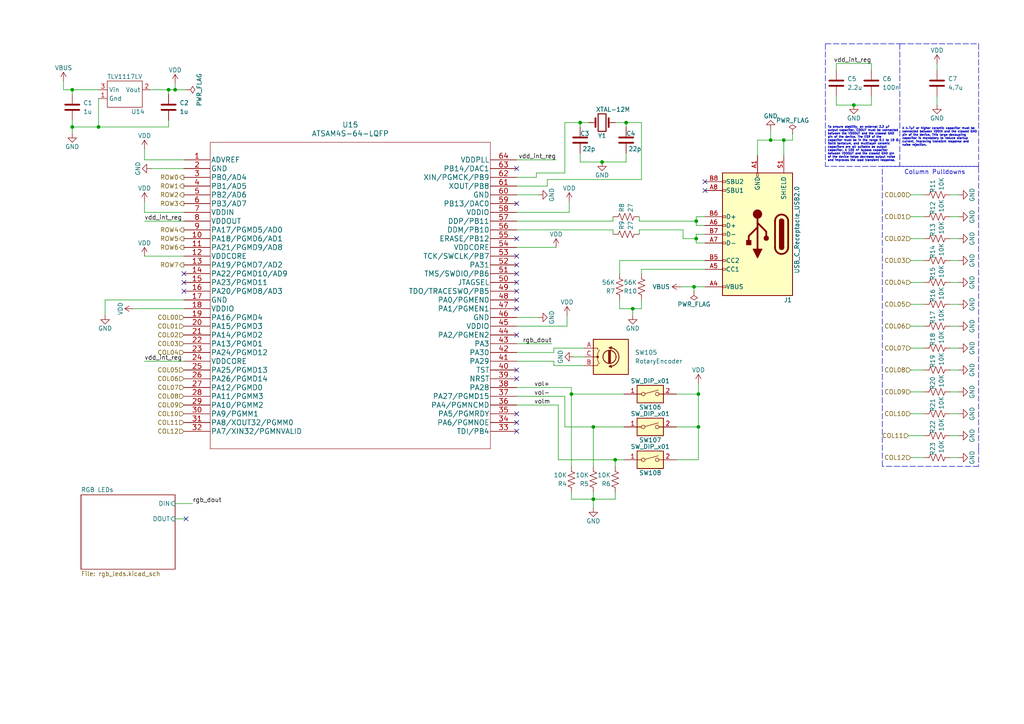
<source format=kicad_sch>
(kicad_sch (version 20211123) (generator eeschema)
  (paper "A4")
  (lib_symbols
    (symbol "Connector:USB_C_Receptacle_USB2.0" (pin_names (offset 1.016))
      (property "Reference" "J" (at -10.16 19.05 0))
      (property "Value" "USB_C_Receptacle_USB2.0" (at 19.05 19.05 0))
      (symbol "USB_C_Receptacle_USB2.0_0_0"
        (rectangle (start -0.254 -17.78) (end 0.254 -16.764))
        (rectangle (start 10.16 -14.986) (end 9.144 -15.494))
        (rectangle (start 10.16 -12.446) (end 9.144 -12.954))
        (rectangle (start 10.16 -4.826) (end 9.144 -5.334))
        (rectangle (start 10.16 -2.286) (end 9.144 -2.794))
        (rectangle (start 10.16 0.254) (end 9.144 -0.254))
        (rectangle (start 10.16 2.794) (end 9.144 2.286))
        (rectangle (start 10.16 7.874) (end 9.144 7.366))
        (rectangle (start 10.16 10.414) (end 9.144 9.906))
        (rectangle (start 10.16 15.494) (end 9.144 14.986))
      )
      (symbol "USB_C_Receptacle_USB2.0_0_1"
        (rectangle (start -10.16 17.78) (end 10.16 -17.78) (stroke (width 0.254)) (fill (type background)))
        (arc (start -8.89 -3.81) (mid -6.985 -5.715) (end -5.08 -3.81) (stroke (width 0.508)))
        (arc (start -7.62 -3.81) (mid -6.985 -4.445) (end -6.35 -3.81) (stroke (width 0.254)))
        (arc (start -7.62 -3.81) (mid -6.985 -4.445) (end -6.35 -3.81) (stroke (width 0.254)) (fill (type outline)))
        (rectangle (start -7.62 -3.81) (end -6.35 3.81) (stroke (width 0.254)) (fill (type outline)))
        (arc (start -6.35 3.81) (mid -6.985 4.445) (end -7.62 3.81) (stroke (width 0.254)))
        (arc (start -6.35 3.81) (mid -6.985 4.445) (end -7.62 3.81) (stroke (width 0.254)) (fill (type outline)))
        (arc (start -5.08 3.81) (mid -6.985 5.715) (end -8.89 3.81) (stroke (width 0.508)))
        (circle (center -2.54 1.143) (radius 0.635) (stroke (width 0.254)) (fill (type outline)))
        (circle (center 0 -5.842) (radius 1.27) (fill (type outline)))
        (polyline (pts (xy -8.89 -3.81) (xy -8.89 3.81)) (stroke (width 0.508)))
        (polyline (pts (xy -5.08 3.81) (xy -5.08 -3.81)) (stroke (width 0.508)))
        (polyline (pts (xy 0 -5.842) (xy 0 4.318)) (stroke (width 0.508)))
        (polyline (pts (xy 0 -3.302) (xy -2.54 -0.762) (xy -2.54 0.508)) (stroke (width 0.508)))
        (polyline (pts (xy 0 -2.032) (xy 2.54 0.508) (xy 2.54 1.778)) (stroke (width 0.508)))
        (polyline (pts (xy -1.27 4.318) (xy 0 6.858) (xy 1.27 4.318) (xy -1.27 4.318)) (stroke (width 0.254)) (fill (type outline)))
        (rectangle (start 1.905 1.778) (end 3.175 3.048) (stroke (width 0.254)) (fill (type outline)))
      )
      (symbol "USB_C_Receptacle_USB2.0_1_1"
        (pin passive line (at 0 -22.86 90) (length 5.08) (name "GND") (number "A1"))
        (pin passive line (at 0 -22.86 90) (length 5.08) hide (name "GND") (number "A12"))
        (pin passive line (at 15.24 15.24 180) (length 5.08) (name "VBUS") (number "A4"))
        (pin bidirectional line (at 15.24 10.16 180) (length 5.08) (name "CC1") (number "A5"))
        (pin bidirectional line (at 15.24 -2.54 180) (length 5.08) (name "D+") (number "A6"))
        (pin bidirectional line (at 15.24 2.54 180) (length 5.08) (name "D-") (number "A7"))
        (pin bidirectional line (at 15.24 -12.7 180) (length 5.08) (name "SBU1") (number "A8"))
        (pin passive line (at 15.24 15.24 180) (length 5.08) hide (name "VBUS") (number "A9"))
        (pin passive line (at 0 -22.86 90) (length 5.08) hide (name "GND") (number "B1"))
        (pin passive line (at 0 -22.86 90) (length 5.08) hide (name "GND") (number "B12"))
        (pin passive line (at 15.24 15.24 180) (length 5.08) hide (name "VBUS") (number "B4"))
        (pin bidirectional line (at 15.24 7.62 180) (length 5.08) (name "CC2") (number "B5"))
        (pin bidirectional line (at 15.24 -5.08 180) (length 5.08) (name "D+") (number "B6"))
        (pin bidirectional line (at 15.24 0 180) (length 5.08) (name "D-") (number "B7"))
        (pin bidirectional line (at 15.24 -15.24 180) (length 5.08) (name "SBU2") (number "B8"))
        (pin passive line (at 15.24 15.24 180) (length 5.08) hide (name "VBUS") (number "B9"))
        (pin passive line (at -7.62 -22.86 90) (length 5.08) (name "SHIELD") (number "S1"))
      )
    )
    (symbol "Device:C" (pin_numbers hide) (pin_names (offset 0.254))
      (property "Reference" "C" (at 0.635 2.54 0))
      (property "Value" "C" (at 0.635 -2.54 0))
      (symbol "C_0_1"
        (polyline (pts (xy -2.032 -0.762) (xy 2.032 -0.762)) (stroke (width 0.508)))
        (polyline (pts (xy -2.032 0.762) (xy 2.032 0.762)) (stroke (width 0.508)))
      )
      (symbol "C_1_1"
        (pin passive line (at 0 3.81 270) (length 2.794) (name "~") (number "1"))
        (pin passive line (at 0 -3.81 90) (length 2.794) (name "~") (number "2"))
      )
    )
    (symbol "Device:Crystal" (pin_numbers hide) (pin_names (offset 1.016) hide)
      (property "Reference" "Y" (at 0 3.81 0))
      (property "Value" "Crystal" (at 0 -3.81 0))
      (symbol "Crystal_0_1"
        (rectangle (start -1.143 2.54) (end 1.143 -2.54) (stroke (width 0.3048)))
        (polyline (pts (xy -2.54 0) (xy -1.905 0)))
        (polyline (pts (xy -1.905 -1.27) (xy -1.905 1.27)) (stroke (width 0.508)))
        (polyline (pts (xy 1.905 -1.27) (xy 1.905 1.27)) (stroke (width 0.508)))
        (polyline (pts (xy 2.54 0) (xy 1.905 0)))
      )
      (symbol "Crystal_1_1"
        (pin passive line (at -3.81 0 0) (length 1.27) (name "1") (number "1"))
        (pin passive line (at 3.81 0 180) (length 1.27) (name "2") (number "2"))
      )
    )
    (symbol "Device:R_US" (pin_numbers hide) (pin_names (offset 0))
      (property "Reference" "R" (at 2.54 0 90))
      (property "Value" "R_US" (at -2.54 0 90))
      (symbol "R_US_0_1"
        (polyline (pts (xy 0 -2.286) (xy 0 -2.54)))
        (polyline (pts (xy 0 2.286) (xy 0 2.54)))
        (polyline (pts (xy 0 -0.762) (xy 1.016 -1.143) (xy 0 -1.524) (xy -1.016 -1.905) (xy 0 -2.286)))
        (polyline (pts (xy 0 0.762) (xy 1.016 0.381) (xy 0 0) (xy -1.016 -0.381) (xy 0 -0.762)))
        (polyline (pts (xy 0 2.286) (xy 1.016 1.905) (xy 0 1.524) (xy -1.016 1.143) (xy 0 0.762)))
      )
      (symbol "R_US_1_1"
        (pin passive line (at 0 3.81 270) (length 1.27) (name "~") (number "1"))
        (pin passive line (at 0 -3.81 90) (length 1.27) (name "~") (number "2"))
      )
    )
    (symbol "Device:RotaryEncoder" (pin_names (offset 0.254) hide)
      (property "Reference" "SW" (at 0 6.604 0))
      (property "Value" "RotaryEncoder" (at 0 -6.604 0))
      (symbol "RotaryEncoder_0_1"
        (rectangle (start -5.08 5.08) (end 5.08 -5.08) (stroke (width 0.254)) (fill (type background)))
        (circle (center -3.81 0) (radius 0.254) (fill (type outline)))
        (arc (start -0.381 -2.794) (mid 2.3622 -0.0508) (end -0.381 2.667) (stroke (width 0.254)))
        (circle (center -0.381 0) (radius 1.905) (stroke (width 0.254)))
        (polyline (pts (xy -0.635 -1.778) (xy -0.635 1.778)) (stroke (width 0.254)))
        (polyline (pts (xy -0.381 -1.778) (xy -0.381 1.778)) (stroke (width 0.254)))
        (polyline (pts (xy -0.127 1.778) (xy -0.127 -1.778)) (stroke (width 0.254)))
        (polyline (pts (xy -5.08 -2.54) (xy -3.81 -2.54) (xy -3.81 -2.032)))
        (polyline (pts (xy -5.08 2.54) (xy -3.81 2.54) (xy -3.81 2.032)))
        (polyline (pts (xy 0.254 -3.048) (xy -0.508 -2.794) (xy 0.127 -2.413)) (stroke (width 0.254)))
        (polyline (pts (xy 0.254 2.921) (xy -0.508 2.667) (xy 0.127 2.286)) (stroke (width 0.254)))
        (polyline (pts (xy -5.08 0) (xy -3.81 0) (xy -3.81 -1.016) (xy -3.302 -2.032)))
        (polyline (pts (xy -4.318 0) (xy -3.81 0) (xy -3.81 1.016) (xy -3.302 2.032)))
      )
      (symbol "RotaryEncoder_1_1"
        (pin passive line (at -7.62 2.54 0) (length 2.54) (name "A") (number "A"))
        (pin passive line (at -7.62 -2.54 0) (length 2.54) (name "B") (number "B"))
        (pin passive line (at -7.62 0 0) (length 2.54) (name "C") (number "C"))
      )
    )
    (symbol "LDOs:TLV1117LV"
      (property "Reference" "U" (at 8.89 -1.27 0))
      (property "Value" "TLV1117LV" (at 5.08 8.89 0))
      (symbol "TLV1117LV_0_1"
        (rectangle (start 0 7.62) (end 10.16 0))
      )
      (symbol "TLV1117LV_1_1"
        (pin power_in line (at -2.54 2.54 0) (length 2.54) (name "Gnd") (number "1"))
        (pin power_out line (at 12.7 5.08 180) (length 2.54) (name "Vout") (number "2"))
        (pin power_in line (at -2.54 5.08 0) (length 2.54) (name "Vin") (number "3"))
      )
    )
    (symbol "SAM4_User:ATSAM4S-64-LQFP" (pin_names (offset 0.254))
      (property "Reference" "U" (at 48.26 10.16 0))
      (property "Value" "ATSAM4S-64-LQFP" (at 48.26 7.62 0))
      (symbol "ATSAM4S-64-LQFP_1_1"
        (polyline (pts (xy 7.62 -83.82) (xy 88.9 -83.82)) (stroke (width 0.127)))
        (polyline (pts (xy 7.62 5.08) (xy 7.62 -83.82)) (stroke (width 0.127)))
        (polyline (pts (xy 88.9 -83.82) (xy 88.9 5.08)) (stroke (width 0.127)))
        (polyline (pts (xy 88.9 5.08) (xy 7.62 5.08)) (stroke (width 0.127)))
        (pin power_in line (at 0 0 0) (length 7.62) (name "ADVREF") (number "1"))
        (pin bidirectional line (at 0 -22.86 0) (length 7.62) (name "PA18/PGMD6/AD1") (number "10"))
        (pin bidirectional line (at 0 -25.4 0) (length 7.62) (name "PA21/PGMD9/AD8") (number "11"))
        (pin power_in line (at 0 -27.94 0) (length 7.62) (name "VDDCORE") (number "12"))
        (pin bidirectional line (at 0 -30.48 0) (length 7.62) (name "PA19/PGMD7/AD2") (number "13"))
        (pin bidirectional line (at 0 -33.02 0) (length 7.62) (name "PA22/PGMD10/AD9") (number "14"))
        (pin bidirectional line (at 0 -35.56 0) (length 7.62) (name "PA23/PGMD11") (number "15"))
        (pin bidirectional line (at 0 -38.1 0) (length 7.62) (name "PA20/PGMD8/AD3") (number "16"))
        (pin power_in line (at 0 -40.64 0) (length 7.62) (name "GND") (number "17"))
        (pin power_in line (at 0 -43.18 0) (length 7.62) (name "VDDIO") (number "18"))
        (pin bidirectional line (at 0 -45.72 0) (length 7.62) (name "PA16/PGMD4") (number "19"))
        (pin power_in line (at 0 -2.54 0) (length 7.62) (name "GND") (number "2"))
        (pin bidirectional line (at 0 -48.26 0) (length 7.62) (name "PA15/PGMD3") (number "20"))
        (pin bidirectional line (at 0 -50.8 0) (length 7.62) (name "PA14/PGMD2") (number "21"))
        (pin bidirectional line (at 0 -53.34 0) (length 7.62) (name "PA13/PGMD1") (number "22"))
        (pin bidirectional line (at 0 -55.88 0) (length 7.62) (name "PA24/PGMD12") (number "23"))
        (pin power_in line (at 0 -58.42 0) (length 7.62) (name "VDDCORE") (number "24"))
        (pin bidirectional line (at 0 -60.96 0) (length 7.62) (name "PA25/PGMD13") (number "25"))
        (pin bidirectional line (at 0 -63.5 0) (length 7.62) (name "PA26/PGMD14") (number "26"))
        (pin bidirectional line (at 0 -66.04 0) (length 7.62) (name "PA12/PGMD0") (number "27"))
        (pin bidirectional line (at 0 -68.58 0) (length 7.62) (name "PA11/PGMM3") (number "28"))
        (pin bidirectional line (at 0 -71.12 0) (length 7.62) (name "PA10/PGMM2") (number "29"))
        (pin bidirectional line (at 0 -5.08 0) (length 7.62) (name "PB0/AD4") (number "3"))
        (pin bidirectional line (at 0 -73.66 0) (length 7.62) (name "PA9/PGMM1") (number "30"))
        (pin output line (at 0 -76.2 0) (length 7.62) (name "PA8/XOUT32/PGMM0") (number "31"))
        (pin input line (at 0 -78.74 0) (length 7.62) (name "PA7/XIN32/PGMNVALID") (number "32"))
        (pin bidirectional line (at 96.52 -78.74 180) (length 7.62) (name "TDI/PB4") (number "33"))
        (pin bidirectional line (at 96.52 -76.2 180) (length 7.62) (name "PA6/PGMNOE") (number "34"))
        (pin bidirectional line (at 96.52 -73.66 180) (length 7.62) (name "PA5/PGMRDY") (number "35"))
        (pin bidirectional line (at 96.52 -71.12 180) (length 7.62) (name "PA4/PGMNCMD") (number "36"))
        (pin bidirectional line (at 96.52 -68.58 180) (length 7.62) (name "PA27/PGMD15") (number "37"))
        (pin bidirectional line (at 96.52 -66.04 180) (length 7.62) (name "PA28") (number "38"))
        (pin unspecified line (at 96.52 -63.5 180) (length 7.62) (name "NRST") (number "39"))
        (pin bidirectional line (at 0 -7.62 0) (length 7.62) (name "PB1/AD5") (number "4"))
        (pin unspecified line (at 96.52 -60.96 180) (length 7.62) (name "TST") (number "40"))
        (pin bidirectional line (at 96.52 -58.42 180) (length 7.62) (name "PA29") (number "41"))
        (pin bidirectional line (at 96.52 -55.88 180) (length 7.62) (name "PA30") (number "42"))
        (pin bidirectional line (at 96.52 -53.34 180) (length 7.62) (name "PA3") (number "43"))
        (pin bidirectional line (at 96.52 -50.8 180) (length 7.62) (name "PA2/PGMEN2") (number "44"))
        (pin power_in line (at 96.52 -48.26 180) (length 7.62) (name "VDDIO") (number "45"))
        (pin power_in line (at 96.52 -45.72 180) (length 7.62) (name "GND") (number "46"))
        (pin bidirectional line (at 96.52 -43.18 180) (length 7.62) (name "PA1/PGMEN1") (number "47"))
        (pin bidirectional line (at 96.52 -40.64 180) (length 7.62) (name "PA0/PGMEN0") (number "48"))
        (pin bidirectional line (at 96.52 -38.1 180) (length 7.62) (name "TDO/TRACESWO/PB5") (number "49"))
        (pin bidirectional line (at 0 -10.16 0) (length 7.62) (name "PB2/AD6") (number "5"))
        (pin input line (at 96.52 -35.56 180) (length 7.62) (name "JTAGSEL") (number "50"))
        (pin bidirectional line (at 96.52 -33.02 180) (length 7.62) (name "TMS/SWDIO/PB6") (number "51"))
        (pin bidirectional line (at 96.52 -30.48 180) (length 7.62) (name "PA31") (number "52"))
        (pin bidirectional line (at 96.52 -27.94 180) (length 7.62) (name "TCK/SWCLK/PB7") (number "53"))
        (pin power_in line (at 96.52 -25.4 180) (length 7.62) (name "VDDCORE") (number "54"))
        (pin unspecified line (at 96.52 -22.86 180) (length 7.62) (name "ERASE/PB12") (number "55"))
        (pin unspecified line (at 96.52 -20.32 180) (length 7.62) (name "DDM/PB10") (number "56"))
        (pin unspecified line (at 96.52 -17.78 180) (length 7.62) (name "DDP/PB11") (number "57"))
        (pin power_in line (at 96.52 -15.24 180) (length 7.62) (name "VDDIO") (number "58"))
        (pin bidirectional line (at 96.52 -12.7 180) (length 7.62) (name "PB13/DAC0") (number "59"))
        (pin bidirectional line (at 0 -12.7 0) (length 7.62) (name "PB3/AD7") (number "6"))
        (pin power_in line (at 96.52 -10.16 180) (length 7.62) (name "GND") (number "60"))
        (pin bidirectional line (at 96.52 -7.62 180) (length 7.62) (name "XOUT/PB8") (number "61"))
        (pin bidirectional line (at 96.52 -5.08 180) (length 7.62) (name "XIN/PGMCK/PB9") (number "62"))
        (pin bidirectional line (at 96.52 -2.54 180) (length 7.62) (name "PB14/DAC1") (number "63"))
        (pin power_in line (at 96.52 0 180) (length 7.62) (name "VDDPLL") (number "64"))
        (pin power_in line (at 0 -15.24 0) (length 7.62) (name "VDDIN") (number "7"))
        (pin power_out line (at 0 -17.78 0) (length 7.62) (name "VDDOUT") (number "8"))
        (pin bidirectional line (at 0 -20.32 0) (length 7.62) (name "PA17/PGMD5/AD0") (number "9"))
      )
    )
    (symbol "Switch:SW_DIP_x01" (pin_names (offset 0) hide)
      (property "Reference" "SW" (at 0 3.81 0))
      (property "Value" "SW_DIP_x01" (at 0 -3.81 0))
      (symbol "SW_DIP_x01_0_0"
        (circle (center -2.032 0) (radius 0.508))
        (polyline (pts (xy -1.524 0.127) (xy 2.3622 1.1684)))
        (circle (center 2.032 0) (radius 0.508))
      )
      (symbol "SW_DIP_x01_0_1"
        (rectangle (start -3.81 2.54) (end 3.81 -2.54) (stroke (width 0.254)) (fill (type background)))
      )
      (symbol "SW_DIP_x01_1_1"
        (pin passive line (at -7.62 0 0) (length 5.08) (name "~") (number "1"))
        (pin passive line (at 7.62 0 180) (length 5.08) (name "~") (number "2"))
      )
    )
    (symbol "power:GND" (power) (pin_names (offset 0))
      (property "Value" "GND" (at 0 -3.81 0))
      (symbol "GND_0_1"
        (polyline (pts (xy 0 0) (xy 0 -1.27) (xy 1.27 -1.27) (xy 0 -2.54) (xy -1.27 -1.27) (xy 0 -1.27)))
      )
      (symbol "GND_1_1"
        (pin power_in line (at 0 0 270) (length 0) hide (name "GND") (number "1"))
      )
    )
    (symbol "power:PWR_FLAG" (power) (pin_numbers hide) (pin_names (offset 0) hide)
      (property "Value" "PWR_FLAG" (at 0 3.81 0))
      (symbol "PWR_FLAG_0_0"
        (pin power_out line (at 0 0 90) (length 0) (name "pwr") (number "1"))
      )
      (symbol "PWR_FLAG_0_1"
        (polyline (pts (xy 0 0) (xy 0 1.27) (xy -1.016 1.905) (xy 0 2.54) (xy 1.016 1.905) (xy 0 1.27)))
      )
    )
    (symbol "power:VBUS" (power) (pin_names (offset 0))
      (property "Value" "VBUS" (at 0 3.81 0))
      (symbol "VBUS_0_1"
        (polyline (pts (xy -0.762 1.27) (xy 0 2.54)))
        (polyline (pts (xy 0 0) (xy 0 2.54)))
        (polyline (pts (xy 0 2.54) (xy 0.762 1.27)))
      )
      (symbol "VBUS_1_1"
        (pin power_in line (at 0 0 90) (length 0) hide (name "VBUS") (number "1"))
      )
    )
    (symbol "power:VDD" (power) (pin_names (offset 0))
      (property "Value" "VDD" (at 0 3.81 0))
      (symbol "VDD_0_1"
        (polyline (pts (xy -0.762 1.27) (xy 0 2.54)))
        (polyline (pts (xy 0 0) (xy 0 2.54)))
        (polyline (pts (xy 0 2.54) (xy 0.762 1.27)))
      )
      (symbol "VDD_1_1"
        (pin power_in line (at 0 0 90) (length 0) hide (name "VDD") (number "1"))
      )
    )
  )
  (junction (at 28.575 36.83))
  (junction (at 48.895 26.035))
  (junction (at 165.735 114.3))
  (junction (at 178.435 133.35))
  (junction (at 168.275 35.56))
  (junction (at 201.93 69.215))
  (junction (at 202.565 114.3))
  (junction (at 20.955 36.83))
  (junction (at 247.65 30.48))
  (junction (at 181.61 35.56))
  (junction (at 50.8 26.035))
  (junction (at 227.33 40.64))
  (junction (at 223.52 40.64))
  (junction (at 201.93 64.135))
  (junction (at 201.295 83.185))
  (junction (at 172.085 123.825))
  (junction (at 172.085 144.78))
  (junction (at 174.625 46.99))
  (junction (at 20.955 26.035))
  (junction (at 202.565 123.825))
  (junction (at 183.515 89.535))
  (no_connect (at 149.86 125.095))
  (no_connect (at 53.975 150.495))
  (no_connect (at 149.86 122.555))
  (no_connect (at 53.34 79.375))
  (no_connect (at 149.86 69.215))
  (no_connect (at 149.86 79.375))
  (no_connect (at 53.34 81.915))
  (no_connect (at 149.86 120.015))
  (no_connect (at 149.86 81.915))
  (no_connect (at 149.86 84.455))
  (no_connect (at 149.86 76.835))
  (no_connect (at 149.86 89.535))
  (no_connect (at 149.86 107.315))
  (no_connect (at 149.86 74.295))
  (no_connect (at 149.86 48.895))
  (no_connect (at 149.86 86.995))
  (no_connect (at 204.47 55.245))
  (no_connect (at 53.34 84.455))
  (no_connect (at 149.86 97.155))
  (no_connect (at 204.47 52.705))
  (no_connect (at 149.86 109.855))
  (no_connect (at 149.86 59.055))
  (wire (pts (xy 275.59 120.015) (xy 278.13 120.015)))
  (wire (pts (xy 201.93 62.865) (xy 204.47 62.865)))
  (wire (pts (xy 20.955 34.925) (xy 20.955 36.83)))
  (wire (pts (xy 202.565 123.825) (xy 202.565 114.3)))
  (wire (pts (xy 30.48 91.44) (xy 30.48 86.995)))
  (wire (pts (xy 223.52 40.64) (xy 219.71 40.64)))
  (polyline (pts (xy 283.845 48.26) (xy 260.985 48.26)))
  (wire (pts (xy 177.8 64.135) (xy 177.8 62.865)))
  (wire (pts (xy 275.59 69.215) (xy 278.13 69.215)))
  (wire (pts (xy 18.415 26.035) (xy 18.415 23.495)))
  (wire (pts (xy 50.8 24.13) (xy 50.8 26.035)))
  (wire (pts (xy 161.29 46.355) (xy 149.86 46.355)))
  (wire (pts (xy 227.33 45.085) (xy 227.33 40.64)))
  (wire (pts (xy 155.575 51.435) (xy 155.575 50.165)))
  (wire (pts (xy 275.59 94.615) (xy 278.13 94.615)))
  (wire (pts (xy 168.275 35.56) (xy 168.275 36.83)))
  (wire (pts (xy 161.925 117.475) (xy 149.86 117.475)))
  (polyline (pts (xy 283.845 130.175) (xy 283.845 135.255)))
  (wire (pts (xy 201.93 65.405) (xy 201.93 64.135)))
  (wire (pts (xy 252.73 27.94) (xy 252.73 30.48)))
  (wire (pts (xy 227.33 40.64) (xy 229.87 40.64)))
  (wire (pts (xy 201.295 83.185) (xy 204.47 83.185)))
  (wire (pts (xy 172.085 142.875) (xy 172.085 144.78)))
  (wire (pts (xy 149.86 102.235) (xy 160.655 102.235)))
  (wire (pts (xy 202.565 111.125) (xy 202.565 114.3)))
  (wire (pts (xy 20.955 27.305) (xy 20.955 26.035)))
  (wire (pts (xy 183.515 89.535) (xy 183.515 91.44)))
  (wire (pts (xy 53.34 61.595) (xy 41.91 61.595)))
  (wire (pts (xy 161.925 133.35) (xy 161.925 117.475)))
  (wire (pts (xy 165.735 112.395) (xy 165.735 114.3)))
  (wire (pts (xy 264.16 69.215) (xy 267.97 69.215)))
  (wire (pts (xy 264.16 113.665) (xy 267.97 113.665)))
  (wire (pts (xy 186.055 89.535) (xy 186.055 86.995)))
  (wire (pts (xy 186.055 78.105) (xy 186.055 79.375)))
  (wire (pts (xy 53.34 46.355) (xy 41.91 46.355)))
  (wire (pts (xy 172.085 144.78) (xy 178.435 144.78)))
  (wire (pts (xy 174.625 46.99) (xy 181.61 46.99)))
  (wire (pts (xy 149.86 66.675) (xy 177.8 66.675)))
  (wire (pts (xy 38.735 89.535) (xy 53.34 89.535)))
  (wire (pts (xy 204.47 67.945) (xy 201.93 67.945)))
  (wire (pts (xy 264.16 56.515) (xy 267.97 56.515)))
  (wire (pts (xy 50.8 26.035) (xy 53.975 26.035)))
  (wire (pts (xy 178.435 133.35) (xy 161.925 133.35)))
  (wire (pts (xy 164.465 91.44) (xy 164.465 94.615)))
  (wire (pts (xy 229.87 40.64) (xy 229.87 38.735)))
  (wire (pts (xy 198.12 69.215) (xy 201.93 69.215)))
  (wire (pts (xy 149.86 64.135) (xy 177.8 64.135)))
  (wire (pts (xy 163.83 123.825) (xy 172.085 123.825)))
  (wire (pts (xy 196.215 123.825) (xy 202.565 123.825)))
  (wire (pts (xy 149.86 104.775) (xy 160.655 104.775)))
  (wire (pts (xy 185.42 66.675) (xy 198.12 66.675)))
  (wire (pts (xy 275.59 62.865) (xy 278.13 62.865)))
  (wire (pts (xy 197.485 83.185) (xy 201.295 83.185)))
  (wire (pts (xy 185.42 64.135) (xy 201.93 64.135)))
  (wire (pts (xy 264.16 88.265) (xy 267.97 88.265)))
  (wire (pts (xy 264.16 100.965) (xy 267.97 100.965)))
  (wire (pts (xy 181.61 35.56) (xy 178.435 35.56)))
  (wire (pts (xy 204.47 75.565) (xy 179.705 75.565)))
  (wire (pts (xy 264.16 120.015) (xy 267.97 120.015)))
  (wire (pts (xy 163.83 35.56) (xy 168.275 35.56)))
  (wire (pts (xy 227.33 40.64) (xy 223.52 40.64)))
  (wire (pts (xy 172.085 144.78) (xy 172.085 147.32)))
  (wire (pts (xy 196.215 114.3) (xy 202.565 114.3)))
  (wire (pts (xy 185.42 66.675) (xy 185.42 67.945)))
  (wire (pts (xy 155.575 50.165) (xy 163.83 50.165)))
  (wire (pts (xy 179.705 86.995) (xy 179.705 89.535)))
  (wire (pts (xy 201.93 64.135) (xy 201.93 62.865)))
  (wire (pts (xy 168.275 35.56) (xy 170.815 35.56)))
  (wire (pts (xy 201.93 70.485) (xy 204.47 70.485)))
  (wire (pts (xy 201.295 84.455) (xy 201.295 83.185)))
  (polyline (pts (xy 255.905 135.255) (xy 255.905 48.26)))
  (polyline (pts (xy 255.905 48.26) (xy 283.845 48.26)))
  (wire (pts (xy 168.275 44.45) (xy 168.275 46.99)))
  (wire (pts (xy 163.83 114.935) (xy 163.83 123.825)))
  (wire (pts (xy 20.955 36.83) (xy 28.575 36.83)))
  (wire (pts (xy 183.515 89.535) (xy 186.055 89.535)))
  (wire (pts (xy 43.815 48.895) (xy 53.34 48.895)))
  (wire (pts (xy 48.895 26.035) (xy 48.895 27.305)))
  (polyline (pts (xy 260.985 48.26) (xy 239.395 48.26)))
  (wire (pts (xy 20.955 26.035) (xy 18.415 26.035)))
  (wire (pts (xy 271.78 27.94) (xy 271.78 30.48)))
  (wire (pts (xy 149.86 51.435) (xy 155.575 51.435)))
  (polyline (pts (xy 260.985 12.7) (xy 283.845 12.7)))
  (wire (pts (xy 149.86 53.975) (xy 158.75 53.975)))
  (wire (pts (xy 41.91 64.135) (xy 53.34 64.135)))
  (wire (pts (xy 163.83 35.56) (xy 163.83 50.165)))
  (wire (pts (xy 275.59 126.365) (xy 278.13 126.365)))
  (wire (pts (xy 275.59 56.515) (xy 278.13 56.515)))
  (wire (pts (xy 263.525 126.365) (xy 267.97 126.365)))
  (wire (pts (xy 264.16 94.615) (xy 267.97 94.615)))
  (wire (pts (xy 186.055 35.56) (xy 181.61 35.56)))
  (wire (pts (xy 160.655 104.775) (xy 160.655 106.045)))
  (wire (pts (xy 149.86 112.395) (xy 165.735 112.395)))
  (polyline (pts (xy 283.845 12.7) (xy 283.845 48.26)))
  (wire (pts (xy 181.61 35.56) (xy 181.61 36.83)))
  (wire (pts (xy 149.86 99.695) (xy 160.02 99.695)))
  (wire (pts (xy 204.47 65.405) (xy 201.93 65.405)))
  (wire (pts (xy 179.705 89.535) (xy 183.515 89.535)))
  (wire (pts (xy 165.735 142.875) (xy 165.735 144.78)))
  (wire (pts (xy 30.48 86.995) (xy 53.34 86.995)))
  (wire (pts (xy 271.78 18.415) (xy 271.78 20.32)))
  (wire (pts (xy 196.215 133.35) (xy 202.565 133.35)))
  (polyline (pts (xy 260.985 12.7) (xy 260.985 48.26)))
  (wire (pts (xy 178.435 142.875) (xy 178.435 144.78)))
  (wire (pts (xy 165.1 61.595) (xy 149.86 61.595)))
  (wire (pts (xy 168.275 46.99) (xy 174.625 46.99)))
  (wire (pts (xy 161.29 71.755) (xy 149.86 71.755)))
  (wire (pts (xy 48.895 36.83) (xy 28.575 36.83)))
  (wire (pts (xy 204.47 78.105) (xy 186.055 78.105)))
  (wire (pts (xy 165.735 144.78) (xy 172.085 144.78)))
  (wire (pts (xy 178.435 133.35) (xy 180.975 133.35)))
  (wire (pts (xy 149.86 92.075) (xy 156.21 92.075)))
  (polyline (pts (xy 283.845 130.175) (xy 283.845 48.26)))
  (wire (pts (xy 158.75 52.07) (xy 186.055 52.07)))
  (wire (pts (xy 252.73 18.415) (xy 252.73 20.32)))
  (wire (pts (xy 181.61 46.99) (xy 181.61 44.45)))
  (wire (pts (xy 43.815 26.035) (xy 48.895 26.035)))
  (wire (pts (xy 201.93 69.215) (xy 201.93 70.485)))
  (wire (pts (xy 50.8 150.495) (xy 53.975 150.495)))
  (wire (pts (xy 264.16 75.565) (xy 267.97 75.565)))
  (wire (pts (xy 160.655 102.235) (xy 160.655 100.965)))
  (wire (pts (xy 242.57 18.415) (xy 252.73 18.415)))
  (wire (pts (xy 275.59 113.665) (xy 278.13 113.665)))
  (wire (pts (xy 165.1 58.42) (xy 165.1 61.595)))
  (wire (pts (xy 20.955 26.035) (xy 28.575 26.035)))
  (wire (pts (xy 160.655 100.965) (xy 169.545 100.965)))
  (wire (pts (xy 275.59 100.965) (xy 278.13 100.965)))
  (wire (pts (xy 264.16 81.915) (xy 267.97 81.915)))
  (wire (pts (xy 242.57 30.48) (xy 247.65 30.48)))
  (wire (pts (xy 172.085 135.255) (xy 172.085 123.825)))
  (wire (pts (xy 242.57 18.415) (xy 242.57 20.32)))
  (wire (pts (xy 165.735 114.3) (xy 180.975 114.3)))
  (wire (pts (xy 149.86 56.515) (xy 156.21 56.515)))
  (wire (pts (xy 275.59 107.315) (xy 278.13 107.315)))
  (wire (pts (xy 20.955 36.83) (xy 20.955 38.735)))
  (wire (pts (xy 264.16 132.715) (xy 267.97 132.715)))
  (wire (pts (xy 242.57 27.94) (xy 242.57 30.48)))
  (wire (pts (xy 177.8 67.945) (xy 177.8 66.675)))
  (wire (pts (xy 179.705 75.565) (xy 179.705 79.375)))
  (wire (pts (xy 164.465 94.615) (xy 149.86 94.615)))
  (wire (pts (xy 252.73 30.48) (xy 247.65 30.48)))
  (wire (pts (xy 160.655 106.045) (xy 169.545 106.045)))
  (wire (pts (xy 201.93 67.945) (xy 201.93 69.215)))
  (wire (pts (xy 41.91 58.42) (xy 41.91 61.595)))
  (wire (pts (xy 50.8 146.05) (xy 55.88 146.05)))
  (wire (pts (xy 275.59 88.265) (xy 278.13 88.265)))
  (wire (pts (xy 198.12 69.215) (xy 198.12 66.675)))
  (wire (pts (xy 264.16 107.315) (xy 267.97 107.315)))
  (wire (pts (xy 172.085 123.825) (xy 180.975 123.825)))
  (wire (pts (xy 202.565 133.35) (xy 202.565 123.825)))
  (wire (pts (xy 48.895 34.925) (xy 48.895 36.83)))
  (wire (pts (xy 166.37 103.505) (xy 169.545 103.505)))
  (wire (pts (xy 275.59 132.715) (xy 278.13 132.715)))
  (wire (pts (xy 178.435 135.255) (xy 178.435 133.35)))
  (wire (pts (xy 28.575 36.83) (xy 28.575 28.575)))
  (polyline (pts (xy 283.845 135.255) (xy 255.905 135.255)))
  (wire (pts (xy 223.52 37.465) (xy 223.52 40.64)))
  (wire (pts (xy 275.59 81.915) (xy 278.13 81.915)))
  (polyline (pts (xy 239.395 12.7) (xy 260.985 12.7)))
  (wire (pts (xy 219.71 40.64) (xy 219.71 45.085)))
  (wire (pts (xy 186.055 52.07) (xy 186.055 35.56)))
  (wire (pts (xy 158.75 53.975) (xy 158.75 52.07)))
  (wire (pts (xy 41.91 74.295) (xy 53.34 74.295)))
  (wire (pts (xy 149.86 114.935) (xy 163.83 114.935)))
  (wire (pts (xy 41.91 43.18) (xy 41.91 46.355)))
  (wire (pts (xy 41.91 104.775) (xy 53.34 104.775)))
  (wire (pts (xy 185.42 64.135) (xy 185.42 62.865)))
  (polyline (pts (xy 239.395 12.7) (xy 239.395 48.26)))
  (wire (pts (xy 48.895 26.035) (xy 50.8 26.035)))
  (wire (pts (xy 165.735 135.255) (xy 165.735 114.3)))
  (wire (pts (xy 275.59 75.565) (xy 278.13 75.565)))
  (wire (pts (xy 264.16 62.865) (xy 267.97 62.865)))
  (text "Column Pulldowns" (at 280.035 50.8 180) (effects (font (size 1.27 1.27)) (justify right bottom)))
  (text "To ensure stability, an external 2.2 µF \noutput capacitor, CDOUT must be connected \nbetween the VDDOUT and the closest GND \npin of the device. The ESR of the \ncapacitor must be in the range 0.1 to 10 Ω.\nSolid tantalum, and multilayer ceramic \ncapacitors are all suitable as output \ncapacitor. A 100 nF bypass capacitor \nbetween VDDOUT and the closest GND pin \nof the device helps decrease output noise \nand improves the load transient response." (at 240.03 46.99 0) (effects (font (size 0.6 0.6)) (justify left bottom)))
  (text "A 4.7µF or higher ceramic capacitor must be \nconnected between VDDIN and the closest GND \npin of the device. This large decoupling \ncapacitor is mandatory to reduce startup \ncurrent, improving transient response and \nnoise rejection." (at 261.62 42.545 0) (effects (font (size 0.6 0.6)) (justify left bottom)))
  (label "vdd_int_reg" (at 252.73 18.415 180))
  (label "vol-" (at 154.94 114.935 0))
  (label "vdd_int_reg" (at 41.91 64.135 0))
  (label "vdd_int_reg" (at 41.91 104.775 0))
  (label "rgb_dout" (at 55.88 146.05 0))
  (label "vdd_int_reg" (at 161.29 46.355 180))
  (label "rgb_dout" (at 160.02 99.695 180))
  (label "volm" (at 154.94 117.475 0))
  (label "vol+" (at 154.94 112.395 0))
  (hierarchical_label "COL11" (shape input) (at 263.525 126.365 180))
  (hierarchical_label "COL10" (shape input) (at 264.16 120.015 180))
  (hierarchical_label "COL00" (shape input) (at 264.16 56.515 180))
  (hierarchical_label "COL07" (shape input) (at 53.34 112.395 180))
  (hierarchical_label "COL06" (shape input) (at 53.34 109.855 180))
  (hierarchical_label "COL12" (shape input) (at 53.34 125.095 180))
  (hierarchical_label "ROW1" (shape output) (at 53.34 53.975 180))
  (hierarchical_label "COL10" (shape input) (at 53.34 120.015 180))
  (hierarchical_label "COL11" (shape input) (at 53.34 122.555 180))
  (hierarchical_label "COL06" (shape input) (at 264.16 94.615 180))
  (hierarchical_label "COL07" (shape input) (at 264.16 100.965 180))
  (hierarchical_label "ROW0" (shape output) (at 53.34 51.435 180))
  (hierarchical_label "COL05" (shape input) (at 264.16 88.265 180))
  (hierarchical_label "COL04" (shape input) (at 264.16 81.915 180))
  (hierarchical_label "COL04" (shape input) (at 53.34 102.235 180))
  (hierarchical_label "ROW5" (shape output) (at 53.34 69.215 180))
  (hierarchical_label "COL02" (shape input) (at 264.16 69.215 180))
  (hierarchical_label "COL02" (shape input) (at 53.34 97.155 180))
  (hierarchical_label "COL05" (shape input) (at 53.34 107.315 180))
  (hierarchical_label "COL08" (shape input) (at 264.16 107.315 180))
  (hierarchical_label "COL03" (shape input) (at 53.34 99.695 180))
  (hierarchical_label "ROW7" (shape output) (at 53.34 76.835 180))
  (hierarchical_label "COL09" (shape input) (at 264.16 113.665 180))
  (hierarchical_label "ROW3" (shape output) (at 53.34 59.055 180))
  (hierarchical_label "COL03" (shape input) (at 264.16 75.565 180))
  (hierarchical_label "COL12" (shape input) (at 264.16 132.715 180))
  (hierarchical_label "COL00" (shape input) (at 53.34 92.075 180))
  (hierarchical_label "COL09" (shape input) (at 53.34 117.475 180))
  (hierarchical_label "ROW2" (shape output) (at 53.34 56.515 180))
  (hierarchical_label "COL01" (shape input) (at 53.34 94.615 180))
  (hierarchical_label "COL08" (shape input) (at 53.34 114.935 180))
  (hierarchical_label "ROW6" (shape output) (at 53.34 71.755 180))
  (hierarchical_label "ROW4" (shape output) (at 53.34 66.675 180))
  (hierarchical_label "COL01" (shape input) (at 264.16 62.865 180))
  (symbol (lib_id "Device:R_US") (at 186.055 83.185 180) (unit 1)
    (property "Reference" "R10" (at 184.785 84.455 0) (effects (justify left)))
    (property "Value" "56K" (at 184.785 81.915 0) (effects (justify left)))
    (property "Footprint" "Resistor_SMD:R_0805_2012Metric_Pad1.20x1.40mm_HandSolder" (effects hide))
  )
  (symbol (lib_id "Device:C") (at 242.57 24.13 0) (unit 1)
    (property "Reference" "C5" (at 245.745 22.8599 0) (effects (justify left)))
    (property "Value" "2.2u" (at 245.745 25.3999 0) (effects (justify left)))
    (property "Footprint" "Capacitor_SMD:C_0805_2012Metric_Pad1.18x1.45mm_HandSolder" (effects hide))
  )
  (symbol (lib_id "Device:R_US") (at 165.735 139.065 180) (unit 1)
    (property "Reference" "R4" (at 164.465 140.335 0) (effects (justify left)))
    (property "Value" "10K" (at 164.465 137.795 0) (effects (justify left)))
    (property "Footprint" "Resistor_SMD:R_0805_2012Metric_Pad1.20x1.40mm_HandSolder" (effects hide))
  )
  (symbol (lib_id "Device:R_US") (at 271.78 100.965 90) (unit 1)
    (property "Reference" "R18" (at 270.51 98.425 0))
    (property "Value" "10K" (at 273.05 97.79 0))
    (property "Footprint" "Resistor_SMD:R_0805_2012Metric_Pad1.20x1.40mm_HandSolder" (effects hide))
  )
  (symbol (lib_id "power:PWR_FLAG") (at 229.87 38.735 0) (unit 1)
    (property "Reference" "#FLG03" (effects hide))
    (property "Value" "PWR_FLAG" (at 229.87 34.925 0))
  )
  (symbol (lib_id "power:VDD") (at 164.465 91.44 0) (unit 1)
    (property "Reference" "#PWR014" (effects hide))
    (property "Value" "VDD" (at 164.465 87.63 0))
  )
  (symbol (lib_id "LDOs:TLV1117LV") (at 31.115 31.115 0) (unit 1)
    (property "Reference" "U14" (at 40.005 32.385 0))
    (property "Value" "TLV1117LV" (at 36.195 22.225 0))
    (property "Footprint" "Package_TO_SOT_SMD:SOT-223-3_TabPin2" (effects hide))
  )
  (symbol (lib_id "power:VDD") (at 50.8 24.13 0) (unit 1)
    (property "Reference" "#PWR010" (effects hide))
    (property "Value" "VDD" (at 50.8 20.32 0))
  )
  (symbol (lib_id "power:GND") (at 278.13 94.615 90) (unit 1)
    (property "Reference" "#PWR032" (effects hide))
    (property "Value" "GND" (at 281.94 94.615 0))
  )
  (symbol (lib_id "power:VDD") (at 41.91 43.18 0) (unit 1)
    (property "Reference" "#PWR06" (effects hide))
    (property "Value" "VDD" (at 41.91 39.37 0))
  )
  (symbol (lib_id "Device:R_US") (at 271.78 69.215 90) (unit 1)
    (property "Reference" "R13" (at 270.51 66.675 0))
    (property "Value" "10K" (at 273.05 66.04 0))
    (property "Footprint" "Resistor_SMD:R_0805_2012Metric_Pad1.20x1.40mm_HandSolder" (effects hide))
  )
  (symbol (lib_id "power:PWR_FLAG") (at 53.975 26.035 270) (unit 1)
    (property "Reference" "#FLG01" (effects hide))
    (property "Value" "PWR_FLAG" (at 57.785 26.035 0))
  )
  (symbol (lib_id "power:GND") (at 278.13 100.965 90) (unit 1)
    (property "Reference" "#PWR033" (effects hide))
    (property "Value" "GND" (at 281.94 100.965 0))
  )
  (symbol (lib_id "Device:R_US") (at 271.78 120.015 90) (unit 1)
    (property "Reference" "R21" (at 270.51 117.475 0))
    (property "Value" "10K" (at 273.05 116.84 0))
    (property "Footprint" "Resistor_SMD:R_0805_2012Metric_Pad1.20x1.40mm_HandSolder" (effects hide))
  )
  (symbol (lib_id "Device:C") (at 48.895 31.115 0) (unit 1)
    (property "Reference" "C2" (at 52.07 29.8449 0) (effects (justify left)))
    (property "Value" "1u" (at 52.07 32.3849 0) (effects (justify left)))
    (property "Footprint" "Capacitor_SMD:C_0805_2012Metric_Pad1.18x1.45mm_HandSolder" (effects hide))
  )
  (symbol (lib_id "Device:R_US") (at 271.78 81.915 90) (unit 1)
    (property "Reference" "R15" (at 270.51 79.375 0))
    (property "Value" "10K" (at 273.05 78.74 0))
    (property "Footprint" "Resistor_SMD:R_0805_2012Metric_Pad1.20x1.40mm_HandSolder" (effects hide))
  )
  (symbol (lib_id "power:GND") (at 278.13 56.515 90) (unit 1)
    (property "Reference" "#PWR026" (effects hide))
    (property "Value" "GND" (at 281.94 56.515 0))
  )
  (symbol (lib_id "Device:R_US") (at 271.78 94.615 90) (unit 1)
    (property "Reference" "R17" (at 270.51 92.075 0))
    (property "Value" "10K" (at 273.05 91.44 0))
    (property "Footprint" "Resistor_SMD:R_0805_2012Metric_Pad1.20x1.40mm_HandSolder" (effects hide))
  )
  (symbol (lib_id "Device:R_US") (at 271.78 126.365 90) (unit 1)
    (property "Reference" "R22" (at 270.51 123.825 0))
    (property "Value" "10K" (at 273.05 123.19 0))
    (property "Footprint" "Resistor_SMD:R_0805_2012Metric_Pad1.20x1.40mm_HandSolder" (effects hide))
  )
  (symbol (lib_id "Device:C") (at 181.61 40.64 0) (unit 1)
    (property "Reference" "C4" (at 181.61 38.735 0) (effects (justify left)))
    (property "Value" "22p" (at 182.245 43.18 0) (effects (justify left)))
    (property "Footprint" "Capacitor_SMD:C_0805_2012Metric_Pad1.18x1.45mm_HandSolder" (effects hide))
  )
  (symbol (lib_id "Device:R_US") (at 271.78 107.315 90) (unit 1)
    (property "Reference" "R19" (at 270.51 104.775 0))
    (property "Value" "10K" (at 273.05 104.14 0))
    (property "Footprint" "Resistor_SMD:R_0805_2012Metric_Pad1.20x1.40mm_HandSolder" (effects hide))
  )
  (symbol (lib_id "Switch:SW_DIP_x01") (at 188.595 123.825 0) (unit 1)
    (property "Reference" "SW107" (at 188.595 127.635 0))
    (property "Value" "SW_DIP_x01" (at 188.595 120.015 0))
    (property "Footprint" "Switch_Keyboard_Hotswap_Kailh:SW_Hotswap_Kailh_MX" (effects hide))
  )
  (symbol (lib_id "power:VDD") (at 41.91 58.42 0) (unit 1)
    (property "Reference" "#PWR07" (effects hide))
    (property "Value" "VDD" (at 41.91 54.61 0))
  )
  (symbol (lib_id "power:GND") (at 166.37 103.505 270) (unit 1)
    (property "Reference" "#PWR016" (effects hide))
    (property "Value" "GND" (at 162.56 103.505 0))
  )
  (symbol (lib_id "power:GND") (at 278.13 88.265 90) (unit 1)
    (property "Reference" "#PWR031" (effects hide))
    (property "Value" "GND" (at 281.94 88.265 0))
  )
  (symbol (lib_id "Device:R_US") (at 172.085 139.065 180) (unit 1)
    (property "Reference" "R5" (at 170.815 140.335 0) (effects (justify left)))
    (property "Value" "10K" (at 170.815 137.795 0) (effects (justify left)))
    (property "Footprint" "Resistor_SMD:R_0805_2012Metric_Pad1.20x1.40mm_HandSolder" (effects hide))
  )
  (symbol (lib_id "power:GND") (at 30.48 91.44 0) (unit 1)
    (property "Reference" "#PWR02" (effects hide))
    (property "Value" "GND" (at 30.48 95.25 0))
  )
  (symbol (lib_id "Device:C") (at 252.73 24.13 0) (unit 1)
    (property "Reference" "C6" (at 255.905 22.8599 0) (effects (justify left)))
    (property "Value" "100n" (at 255.905 25.3999 0) (effects (justify left)))
    (property "Footprint" "Capacitor_SMD:C_0805_2012Metric_Pad1.18x1.45mm_HandSolder" (effects hide))
  )
  (symbol (lib_id "Device:R_US") (at 179.705 83.185 180) (unit 1)
    (property "Reference" "R7" (at 178.435 84.455 0) (effects (justify left)))
    (property "Value" "56K" (at 178.435 81.915 0) (effects (justify left)))
    (property "Footprint" "Resistor_SMD:R_0805_2012Metric_Pad1.20x1.40mm_HandSolder" (effects hide))
  )
  (symbol (lib_id "power:VDD") (at 202.565 111.125 0) (unit 1)
    (property "Reference" "#PWR021" (effects hide))
    (property "Value" "VDD" (at 202.565 107.315 0))
  )
  (symbol (lib_id "Device:RotaryEncoder") (at 177.165 103.505 0) (unit 1)
    (property "Reference" "SW105" (at 184.15 102.2349 0) (effects (justify left)))
    (property "Value" "RotaryEncoder" (at 184.15 104.7749 0) (effects (justify left)))
    (property "Footprint" "Rotary_Encoder:RotaryEncoder_Bourns_Vertical_PEC12R-3xxxF-Sxxxx" (effects hide))
  )
  (symbol (lib_id "Device:C") (at 271.78 24.13 0) (unit 1)
    (property "Reference" "C7" (at 274.955 22.8599 0) (effects (justify left)))
    (property "Value" "4.7u" (at 274.955 25.3999 0) (effects (justify left)))
    (property "Footprint" "Capacitor_SMD:C_0805_2012Metric_Pad1.18x1.45mm_HandSolder" (effects hide))
  )
  (symbol (lib_id "power:GND") (at 183.515 91.44 0) (unit 1)
    (property "Reference" "#PWR019" (effects hide))
    (property "Value" "GND" (at 183.515 95.25 0))
  )
  (symbol (lib_id "Connector:USB_C_Receptacle_USB2.0") (at 219.71 67.945 180) (unit 1)
    (property "Reference" "J1" (at 227.33 86.995 0) (effects (justify right)))
    (property "Value" "USB_C_Receptacle_USB2.0" (at 231.14 79.375 90) (effects (justify right)))
    (property "Footprint" "Connector_USB:USB_C_Receptacle_GCT_USB4105-xx-A_16P_TopMnt_Horizontal" (effects hide))
    (property "Datasheet" "https://www.usb.org/sites/default/files/documents/usb_type-c.zip" (effects hide))
  )
  (symbol (lib_id "Device:R_US") (at 271.78 88.265 90) (unit 1)
    (property "Reference" "R16" (at 270.51 85.725 0))
    (property "Value" "10K" (at 273.05 85.09 0))
    (property "Footprint" "Resistor_SMD:R_0805_2012Metric_Pad1.20x1.40mm_HandSolder" (effects hide))
  )
  (symbol (lib_id "SAM4_User:ATSAM4S-64-LQFP") (at 53.34 46.355 0) (unit 1)
    (property "Reference" "U15" (at 101.6 36.195 0) (effects (font (size 1.524 1.524))))
    (property "Value" "ATSAM4S-64-LQFP" (at 101.6 38.735 0) (effects (font (size 1.524 1.524))))
    (property "Footprint" "QFP64-10x10MC_MCH" (effects hide))
  )
  (symbol (lib_id "power:GND") (at 271.78 30.48 0) (unit 1)
    (property "Reference" "#PWR025" (effects hide))
    (property "Value" "GND" (at 271.78 34.29 0))
  )
  (symbol (lib_id "power:PWR_FLAG") (at 201.295 84.455 180) (unit 1)
    (property "Reference" "#FLG02" (effects hide))
    (property "Value" "PWR_FLAG" (at 201.295 88.265 0))
  )
  (symbol (lib_id "Device:R_US") (at 271.78 75.565 90) (unit 1)
    (property "Reference" "R14" (at 270.51 73.025 0))
    (property "Value" "10K" (at 273.05 72.39 0))
    (property "Footprint" "Resistor_SMD:R_0805_2012Metric_Pad1.20x1.40mm_HandSolder" (effects hide))
  )
  (symbol (lib_id "power:GND") (at 247.65 30.48 0) (unit 1)
    (property "Reference" "#PWR023" (effects hide))
    (property "Value" "GND" (at 247.65 34.29 0))
  )
  (symbol (lib_id "Device:C") (at 20.955 31.115 0) (unit 1)
    (property "Reference" "C1" (at 24.13 29.8449 0) (effects (justify left)))
    (property "Value" "1u" (at 24.13 32.3849 0) (effects (justify left)))
    (property "Footprint" "Capacitor_SMD:C_0805_2012Metric_Pad1.18x1.45mm_HandSolder" (effects hide))
  )
  (symbol (lib_id "Device:Crystal") (at 174.625 35.56 180) (unit 1)
    (property "Reference" "Y1" (at 174.625 39.37 0))
    (property "Value" "XTAL-12M" (at 177.8 31.75 0))
    (property "Footprint" "Crystal:Crystal_SMD_HC49-SD_HandSoldering" (effects hide))
  )
  (symbol (lib_id "Device:R_US") (at 181.61 62.865 90) (unit 1)
    (property "Reference" "R8" (at 180.34 61.595 0) (effects (justify left)))
    (property "Value" "27" (at 182.88 61.595 0) (effects (justify left)))
    (property "Footprint" "Resistor_SMD:R_0805_2012Metric_Pad1.20x1.40mm_HandSolder" (effects hide))
  )
  (symbol (lib_id "power:GND") (at 278.13 113.665 90) (unit 1)
    (property "Reference" "#PWR035" (effects hide))
    (property "Value" "GND" (at 281.94 113.665 0))
  )
  (symbol (lib_id "power:GND") (at 156.21 56.515 90) (unit 1)
    (property "Reference" "#PWR011" (effects hide))
    (property "Value" "GND" (at 160.02 56.515 0))
  )
  (symbol (lib_id "power:VDD") (at 165.1 58.42 0) (unit 1)
    (property "Reference" "#PWR015" (effects hide))
    (property "Value" "VDD" (at 165.1 54.61 0))
  )
  (symbol (lib_id "power:GND") (at 278.13 62.865 90) (unit 1)
    (property "Reference" "#PWR027" (effects hide))
    (property "Value" "GND" (at 281.94 62.865 0))
  )
  (symbol (lib_id "power:VDD") (at 271.78 18.415 0) (unit 1)
    (property "Reference" "#PWR024" (effects hide))
    (property "Value" "VDD" (at 271.78 14.605 0))
  )
  (symbol (lib_id "power:VDD") (at 161.29 71.755 0) (unit 1)
    (property "Reference" "#PWR013" (effects hide))
    (property "Value" "VDD" (at 161.29 67.945 0))
  )
  (symbol (lib_id "Switch:SW_DIP_x01") (at 188.595 133.35 0) (unit 1)
    (property "Reference" "SW108" (at 188.595 137.16 0))
    (property "Value" "SW_DIP_x01" (at 188.595 129.54 0))
    (property "Footprint" "Switch_Keyboard_Hotswap_Kailh:SW_Hotswap_Kailh_MX" (effects hide))
  )
  (symbol (lib_id "power:VBUS") (at 18.415 23.495 0) (unit 1)
    (property "Reference" "#PWR01" (effects hide))
    (property "Value" "VBUS" (at 18.415 19.685 0))
  )
  (symbol (lib_id "power:VDD") (at 38.735 89.535 90) (unit 1)
    (property "Reference" "#PWR05" (effects hide))
    (property "Value" "VDD" (at 34.925 89.535 0))
  )
  (symbol (lib_id "Device:R_US") (at 181.61 67.945 90) (unit 1)
    (property "Reference" "R9" (at 180.34 66.675 0) (effects (justify left)))
    (property "Value" "27" (at 182.88 66.675 0) (effects (justify left)))
    (property "Footprint" "Resistor_SMD:R_0805_2012Metric_Pad1.20x1.40mm_HandSolder" (effects hide))
  )
  (symbol (lib_id "Switch:SW_DIP_x01") (at 188.595 114.3 0) (unit 1)
    (property "Reference" "SW106" (at 188.595 118.11 0))
    (property "Value" "SW_DIP_x01" (at 188.595 110.49 0))
    (property "Footprint" "Switch_Keyboard_Hotswap_Kailh:SW_Hotswap_Kailh_MX" (effects hide))
  )
  (symbol (lib_id "power:GND") (at 174.625 46.99 0) (unit 1)
    (property "Reference" "#PWR018" (effects hide))
    (property "Value" "GND" (at 174.625 50.8 0))
  )
  (symbol (lib_id "power:GND") (at 223.52 37.465 180) (unit 1)
    (property "Reference" "#PWR022" (effects hide))
    (property "Value" "GND" (at 223.52 33.655 0))
  )
  (symbol (lib_id "Device:R_US") (at 271.78 62.865 90) (unit 1)
    (property "Reference" "R12" (at 270.51 60.325 0))
    (property "Value" "10K" (at 273.05 59.69 0))
    (property "Footprint" "Resistor_SMD:R_0805_2012Metric_Pad1.20x1.40mm_HandSolder" (effects hide))
  )
  (symbol (lib_id "power:GND") (at 278.13 120.015 90) (unit 1)
    (property "Reference" "#PWR036" (effects hide))
    (property "Value" "GND" (at 281.94 120.015 0))
  )
  (symbol (lib_id "power:GND") (at 278.13 81.915 90) (unit 1)
    (property "Reference" "#PWR030" (effects hide))
    (property "Value" "GND" (at 281.94 81.915 0))
  )
  (symbol (lib_id "power:GND") (at 43.815 48.895 270) (unit 1)
    (property "Reference" "#PWR09" (effects hide))
    (property "Value" "GND" (at 40.005 48.895 0))
  )
  (symbol (lib_id "power:GND") (at 278.13 132.715 90) (unit 1)
    (property "Reference" "#PWR038" (effects hide))
    (property "Value" "GND" (at 281.94 132.715 0))
  )
  (symbol (lib_id "Device:R_US") (at 271.78 132.715 90) (unit 1)
    (property "Reference" "R23" (at 270.51 130.175 0))
    (property "Value" "10K" (at 273.05 129.54 0))
    (property "Footprint" "Resistor_SMD:R_0805_2012Metric_Pad1.20x1.40mm_HandSolder" (effects hide))
  )
  (symbol (lib_id "power:GND") (at 278.13 126.365 90) (unit 1)
    (property "Reference" "#PWR037" (effects hide))
    (property "Value" "GND" (at 281.94 126.365 0))
  )
  (symbol (lib_id "Device:R_US") (at 271.78 56.515 90) (unit 1)
    (property "Reference" "R11" (at 270.51 53.975 0))
    (property "Value" "10K" (at 273.05 53.34 0))
    (property "Footprint" "Resistor_SMD:R_0805_2012Metric_Pad1.20x1.40mm_HandSolder" (effects hide))
  )
  (symbol (lib_id "power:GND") (at 172.085 147.32 0) (unit 1)
    (property "Reference" "#PWR017" (effects hide))
    (property "Value" "GND" (at 172.085 151.13 0))
  )
  (symbol (lib_id "power:GND") (at 20.955 38.735 0) (unit 1)
    (property "Reference" "#PWR03" (effects hide))
    (property "Value" "GND" (at 20.955 42.545 0))
  )
  (symbol (lib_id "power:GND") (at 278.13 69.215 90) (unit 1)
    (property "Reference" "#PWR028" (effects hide))
    (property "Value" "GND" (at 281.94 69.215 0))
  )
  (symbol (lib_id "power:GND") (at 278.13 107.315 90) (unit 1)
    (property "Reference" "#PWR034" (effects hide))
    (property "Value" "GND" (at 281.94 107.315 0))
  )
  (symbol (lib_id "Device:R_US") (at 178.435 139.065 180) (unit 1)
    (property "Reference" "R6" (at 177.165 140.335 0) (effects (justify left)))
    (property "Value" "10K" (at 177.165 137.795 0) (effects (justify left)))
    (property "Footprint" "Resistor_SMD:R_0805_2012Metric_Pad1.20x1.40mm_HandSolder" (effects hide))
  )
  (symbol (lib_id "Device:C") (at 168.275 40.64 0) (unit 1)
    (property "Reference" "C3" (at 168.275 38.735 0) (effects (justify left)))
    (property "Value" "22p" (at 168.91 43.18 0) (effects (justify left)))
    (property "Footprint" "Capacitor_SMD:C_0805_2012Metric_Pad1.18x1.45mm_HandSolder" (effects hide))
  )
  (symbol (lib_id "power:GND") (at 278.13 75.565 90) (unit 1)
    (property "Reference" "#PWR029" (effects hide))
    (property "Value" "GND" (at 281.94 75.565 0))
  )
  (symbol (lib_id "power:VBUS") (at 197.485 83.185 90) (unit 1)
    (property "Reference" "#PWR020" (effects hide))
    (property "Value" "VBUS" (at 191.77 83.185 90))
  )
  (symbol (lib_id "power:VDD") (at 41.91 74.295 0) (unit 1)
    (property "Reference" "#PWR08" (effects hide))
    (property "Value" "VDD" (at 41.91 70.485 0))
  )
  (symbol (lib_id "Device:R_US") (at 271.78 113.665 90) (unit 1)
    (property "Reference" "R20" (at 270.51 111.125 0))
    (property "Value" "10K" (at 273.05 110.49 0))
    (property "Footprint" "Resistor_SMD:R_0805_2012Metric_Pad1.20x1.40mm_HandSolder" (effects hide))
  )
  (symbol (lib_id "power:GND") (at 156.21 92.075 90) (unit 1)
    (property "Reference" "#PWR012" (effects hide))
    (property "Value" "GND" (at 160.02 92.075 0))
  )
  (sheet (at 23.495 143.51) (size 27.305 21.59) (stroke (width 0.1524))
    (property "Sheet name" "RGB LEDs" (at 23.495 142.7984 0) (effects (justify left bottom)))
    (property "Sheet file" "rgb_leds.kicad_sch" (at 23.495 165.6846 0) (effects (justify left top)))
    (pin "DIN" input (at 50.8 146.05 0))
    (pin "DOUT" input (at 50.8 150.495 0))
  )
)
</source>
